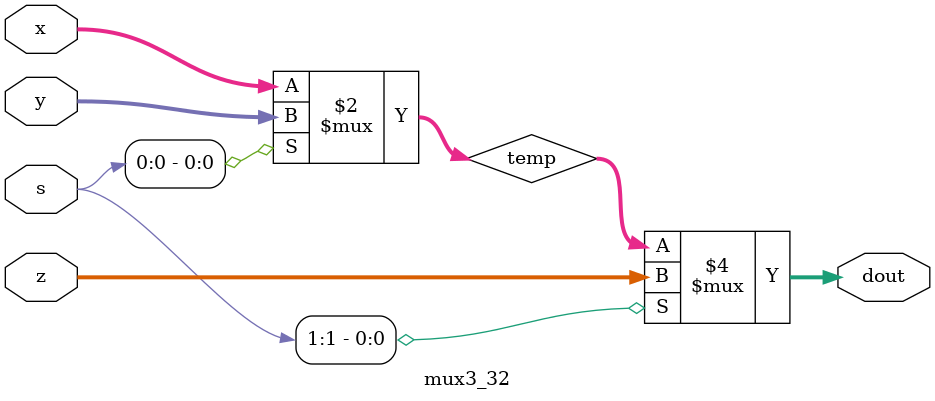
<source format=v>
module mux2(x, y, s, z);
	input [31:0] x, y;
	input s;
	output [31:0] z;

	assign z = (s==1)?y:x;
endmodule

module mux2_3(x, y, s, z);
	input [2:0] x, y;
	input s;
	output [2:0] z;
	assign z = (s==1)?y:x;
endmodule

module mux2_1(x, y, s, z);
  input x, y;
	input s;
	output z;

	assign z = (s==1)?y:x;
endmodule

module mux2_2(x, y, s, z);
  	input [1:0] x, y;
	input s;
	output [1:0] z;

	assign z = (s==1)?y:x;
endmodule

module mux3_32(x, y, z, s, dout);
  input [31:0] x, y, z;
  input [1:0] s;
  output [31:0] dout;
  
  wire [31:0] temp;
  
  assign temp = (s[0:0] == 0)?x:y;
  assign dout = (s[1:1] == 0)?temp:z;
endmodule




</source>
